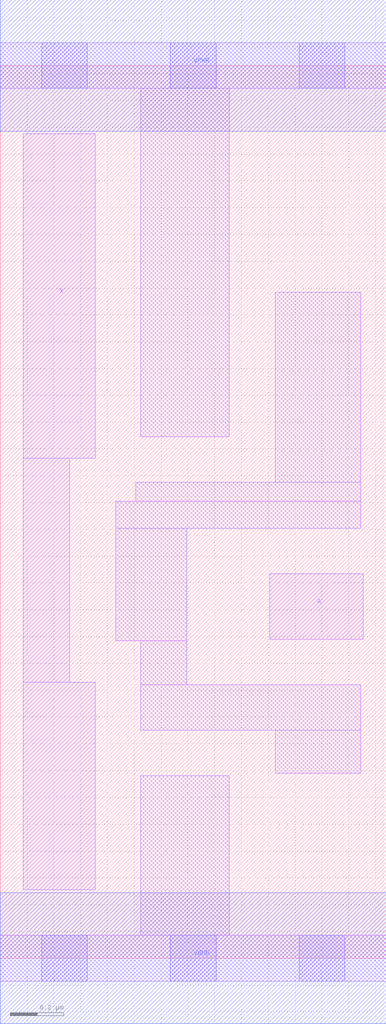
<source format=lef>
# Copyright 2020 The SkyWater PDK Authors
#
# Licensed under the Apache License, Version 2.0 (the "License");
# you may not use this file except in compliance with the License.
# You may obtain a copy of the License at
#
#     https://www.apache.org/licenses/LICENSE-2.0
#
# Unless required by applicable law or agreed to in writing, software
# distributed under the License is distributed on an "AS IS" BASIS,
# WITHOUT WARRANTIES OR CONDITIONS OF ANY KIND, either express or implied.
# See the License for the specific language governing permissions and
# limitations under the License.
#
# SPDX-License-Identifier: Apache-2.0

VERSION 5.7 ;
  NAMESCASESENSITIVE ON ;
  NOWIREEXTENSIONATPIN ON ;
  DIVIDERCHAR "/" ;
  BUSBITCHARS "[]" ;
UNITS
  DATABASE MICRONS 200 ;
END UNITS
MACRO sky130_fd_sc_lp__buf_1
  CLASS CORE ;
  SOURCE USER ;
  FOREIGN sky130_fd_sc_lp__buf_1 ;
  ORIGIN  0.000000  0.000000 ;
  SIZE  1.440000 BY  3.330000 ;
  SYMMETRY X Y R90 ;
  SITE unit ;
  PIN A
    ANTENNAGATEAREA  0.159000 ;
    DIRECTION INPUT ;
    USE SIGNAL ;
    PORT
      LAYER li1 ;
        RECT 1.005000 1.190000 1.355000 1.435000 ;
    END
  END A
  PIN X
    ANTENNADIFFAREA  0.556500 ;
    DIRECTION OUTPUT ;
    USE SIGNAL ;
    PORT
      LAYER li1 ;
        RECT 0.085000 0.255000 0.355000 1.030000 ;
        RECT 0.085000 1.030000 0.260000 1.865000 ;
        RECT 0.085000 1.865000 0.355000 3.075000 ;
    END
  END X
  PIN VGND
    DIRECTION INOUT ;
    USE GROUND ;
    PORT
      LAYER met1 ;
        RECT 0.000000 -0.245000 1.440000 0.245000 ;
    END
  END VGND
  PIN VPWR
    DIRECTION INOUT ;
    USE POWER ;
    PORT
      LAYER met1 ;
        RECT 0.000000 3.085000 1.440000 3.575000 ;
    END
  END VPWR
  OBS
    LAYER li1 ;
      RECT 0.000000 -0.085000 1.440000 0.085000 ;
      RECT 0.000000  3.245000 1.440000 3.415000 ;
      RECT 0.430000  1.185000 0.695000 1.605000 ;
      RECT 0.430000  1.605000 1.345000 1.705000 ;
      RECT 0.505000  1.705000 1.345000 1.775000 ;
      RECT 0.525000  0.085000 0.855000 0.680000 ;
      RECT 0.525000  0.850000 1.345000 1.020000 ;
      RECT 0.525000  1.020000 0.695000 1.185000 ;
      RECT 0.525000  1.945000 0.855000 3.245000 ;
      RECT 1.025000  0.690000 1.345000 0.850000 ;
      RECT 1.025000  1.775000 1.345000 2.485000 ;
    LAYER mcon ;
      RECT 0.155000 -0.085000 0.325000 0.085000 ;
      RECT 0.155000  3.245000 0.325000 3.415000 ;
      RECT 0.635000 -0.085000 0.805000 0.085000 ;
      RECT 0.635000  3.245000 0.805000 3.415000 ;
      RECT 1.115000 -0.085000 1.285000 0.085000 ;
      RECT 1.115000  3.245000 1.285000 3.415000 ;
  END
END sky130_fd_sc_lp__buf_1
END LIBRARY

</source>
